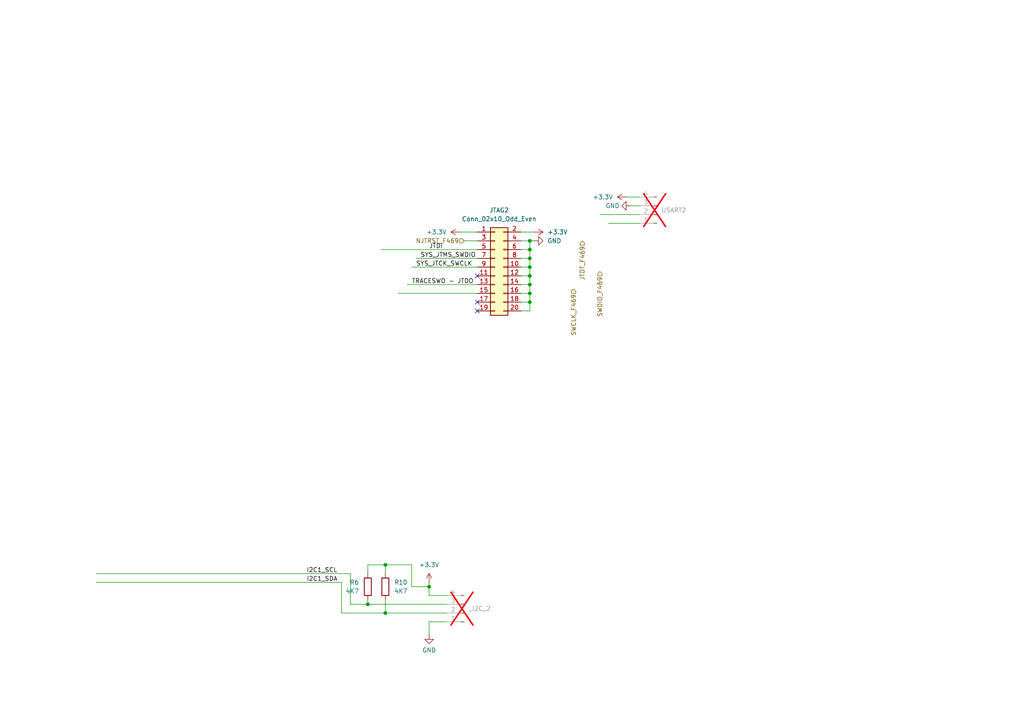
<source format=kicad_sch>
(kicad_sch
	(version 20231120)
	(generator "eeschema")
	(generator_version "8.0")
	(uuid "be19cdf9-dd07-45d4-ac1b-34afbf387e70")
	(paper "A4")
	(lib_symbols
		(symbol "Connector:Conn_01x04_Pin"
			(pin_names
				(offset 1.016) hide)
			(exclude_from_sim no)
			(in_bom yes)
			(on_board yes)
			(property "Reference" "J"
				(at 0 5.08 0)
				(effects
					(font
						(size 1.27 1.27)
					)
				)
			)
			(property "Value" "Conn_01x04_Pin"
				(at 0 -7.62 0)
				(effects
					(font
						(size 1.27 1.27)
					)
				)
			)
			(property "Footprint" ""
				(at 0 0 0)
				(effects
					(font
						(size 1.27 1.27)
					)
					(hide yes)
				)
			)
			(property "Datasheet" "~"
				(at 0 0 0)
				(effects
					(font
						(size 1.27 1.27)
					)
					(hide yes)
				)
			)
			(property "Description" "Generic connector, single row, 01x04, script generated"
				(at 0 0 0)
				(effects
					(font
						(size 1.27 1.27)
					)
					(hide yes)
				)
			)
			(property "ki_locked" ""
				(at 0 0 0)
				(effects
					(font
						(size 1.27 1.27)
					)
				)
			)
			(property "ki_keywords" "connector"
				(at 0 0 0)
				(effects
					(font
						(size 1.27 1.27)
					)
					(hide yes)
				)
			)
			(property "ki_fp_filters" "Connector*:*_1x??_*"
				(at 0 0 0)
				(effects
					(font
						(size 1.27 1.27)
					)
					(hide yes)
				)
			)
			(symbol "Conn_01x04_Pin_1_1"
				(polyline
					(pts
						(xy 1.27 -5.08) (xy 0.8636 -5.08)
					)
					(stroke
						(width 0.1524)
						(type default)
					)
					(fill
						(type none)
					)
				)
				(polyline
					(pts
						(xy 1.27 -2.54) (xy 0.8636 -2.54)
					)
					(stroke
						(width 0.1524)
						(type default)
					)
					(fill
						(type none)
					)
				)
				(polyline
					(pts
						(xy 1.27 0) (xy 0.8636 0)
					)
					(stroke
						(width 0.1524)
						(type default)
					)
					(fill
						(type none)
					)
				)
				(polyline
					(pts
						(xy 1.27 2.54) (xy 0.8636 2.54)
					)
					(stroke
						(width 0.1524)
						(type default)
					)
					(fill
						(type none)
					)
				)
				(rectangle
					(start 0.8636 -4.953)
					(end 0 -5.207)
					(stroke
						(width 0.1524)
						(type default)
					)
					(fill
						(type outline)
					)
				)
				(rectangle
					(start 0.8636 -2.413)
					(end 0 -2.667)
					(stroke
						(width 0.1524)
						(type default)
					)
					(fill
						(type outline)
					)
				)
				(rectangle
					(start 0.8636 0.127)
					(end 0 -0.127)
					(stroke
						(width 0.1524)
						(type default)
					)
					(fill
						(type outline)
					)
				)
				(rectangle
					(start 0.8636 2.667)
					(end 0 2.413)
					(stroke
						(width 0.1524)
						(type default)
					)
					(fill
						(type outline)
					)
				)
				(pin passive line
					(at 5.08 2.54 180)
					(length 3.81)
					(name "Pin_1"
						(effects
							(font
								(size 1.27 1.27)
							)
						)
					)
					(number "1"
						(effects
							(font
								(size 1.27 1.27)
							)
						)
					)
				)
				(pin passive line
					(at 5.08 0 180)
					(length 3.81)
					(name "Pin_2"
						(effects
							(font
								(size 1.27 1.27)
							)
						)
					)
					(number "2"
						(effects
							(font
								(size 1.27 1.27)
							)
						)
					)
				)
				(pin passive line
					(at 5.08 -2.54 180)
					(length 3.81)
					(name "Pin_3"
						(effects
							(font
								(size 1.27 1.27)
							)
						)
					)
					(number "3"
						(effects
							(font
								(size 1.27 1.27)
							)
						)
					)
				)
				(pin passive line
					(at 5.08 -5.08 180)
					(length 3.81)
					(name "Pin_4"
						(effects
							(font
								(size 1.27 1.27)
							)
						)
					)
					(number "4"
						(effects
							(font
								(size 1.27 1.27)
							)
						)
					)
				)
			)
		)
		(symbol "Connector_Generic:Conn_02x10_Odd_Even"
			(pin_names
				(offset 1.016) hide)
			(exclude_from_sim no)
			(in_bom yes)
			(on_board yes)
			(property "Reference" "J"
				(at 1.27 12.7 0)
				(effects
					(font
						(size 1.27 1.27)
					)
				)
			)
			(property "Value" "Conn_02x10_Odd_Even"
				(at 1.27 -15.24 0)
				(effects
					(font
						(size 1.27 1.27)
					)
				)
			)
			(property "Footprint" ""
				(at 0 0 0)
				(effects
					(font
						(size 1.27 1.27)
					)
					(hide yes)
				)
			)
			(property "Datasheet" "~"
				(at 0 0 0)
				(effects
					(font
						(size 1.27 1.27)
					)
					(hide yes)
				)
			)
			(property "Description" "Generic connector, double row, 02x10, odd/even pin numbering scheme (row 1 odd numbers, row 2 even numbers), script generated (kicad-library-utils/schlib/autogen/connector/)"
				(at 0 0 0)
				(effects
					(font
						(size 1.27 1.27)
					)
					(hide yes)
				)
			)
			(property "ki_keywords" "connector"
				(at 0 0 0)
				(effects
					(font
						(size 1.27 1.27)
					)
					(hide yes)
				)
			)
			(property "ki_fp_filters" "Connector*:*_2x??_*"
				(at 0 0 0)
				(effects
					(font
						(size 1.27 1.27)
					)
					(hide yes)
				)
			)
			(symbol "Conn_02x10_Odd_Even_1_1"
				(rectangle
					(start -1.27 -12.573)
					(end 0 -12.827)
					(stroke
						(width 0.1524)
						(type default)
					)
					(fill
						(type none)
					)
				)
				(rectangle
					(start -1.27 -10.033)
					(end 0 -10.287)
					(stroke
						(width 0.1524)
						(type default)
					)
					(fill
						(type none)
					)
				)
				(rectangle
					(start -1.27 -7.493)
					(end 0 -7.747)
					(stroke
						(width 0.1524)
						(type default)
					)
					(fill
						(type none)
					)
				)
				(rectangle
					(start -1.27 -4.953)
					(end 0 -5.207)
					(stroke
						(width 0.1524)
						(type default)
					)
					(fill
						(type none)
					)
				)
				(rectangle
					(start -1.27 -2.413)
					(end 0 -2.667)
					(stroke
						(width 0.1524)
						(type default)
					)
					(fill
						(type none)
					)
				)
				(rectangle
					(start -1.27 0.127)
					(end 0 -0.127)
					(stroke
						(width 0.1524)
						(type default)
					)
					(fill
						(type none)
					)
				)
				(rectangle
					(start -1.27 2.667)
					(end 0 2.413)
					(stroke
						(width 0.1524)
						(type default)
					)
					(fill
						(type none)
					)
				)
				(rectangle
					(start -1.27 5.207)
					(end 0 4.953)
					(stroke
						(width 0.1524)
						(type default)
					)
					(fill
						(type none)
					)
				)
				(rectangle
					(start -1.27 7.747)
					(end 0 7.493)
					(stroke
						(width 0.1524)
						(type default)
					)
					(fill
						(type none)
					)
				)
				(rectangle
					(start -1.27 10.287)
					(end 0 10.033)
					(stroke
						(width 0.1524)
						(type default)
					)
					(fill
						(type none)
					)
				)
				(rectangle
					(start -1.27 11.43)
					(end 3.81 -13.97)
					(stroke
						(width 0.254)
						(type default)
					)
					(fill
						(type background)
					)
				)
				(rectangle
					(start 3.81 -12.573)
					(end 2.54 -12.827)
					(stroke
						(width 0.1524)
						(type default)
					)
					(fill
						(type none)
					)
				)
				(rectangle
					(start 3.81 -10.033)
					(end 2.54 -10.287)
					(stroke
						(width 0.1524)
						(type default)
					)
					(fill
						(type none)
					)
				)
				(rectangle
					(start 3.81 -7.493)
					(end 2.54 -7.747)
					(stroke
						(width 0.1524)
						(type default)
					)
					(fill
						(type none)
					)
				)
				(rectangle
					(start 3.81 -4.953)
					(end 2.54 -5.207)
					(stroke
						(width 0.1524)
						(type default)
					)
					(fill
						(type none)
					)
				)
				(rectangle
					(start 3.81 -2.413)
					(end 2.54 -2.667)
					(stroke
						(width 0.1524)
						(type default)
					)
					(fill
						(type none)
					)
				)
				(rectangle
					(start 3.81 0.127)
					(end 2.54 -0.127)
					(stroke
						(width 0.1524)
						(type default)
					)
					(fill
						(type none)
					)
				)
				(rectangle
					(start 3.81 2.667)
					(end 2.54 2.413)
					(stroke
						(width 0.1524)
						(type default)
					)
					(fill
						(type none)
					)
				)
				(rectangle
					(start 3.81 5.207)
					(end 2.54 4.953)
					(stroke
						(width 0.1524)
						(type default)
					)
					(fill
						(type none)
					)
				)
				(rectangle
					(start 3.81 7.747)
					(end 2.54 7.493)
					(stroke
						(width 0.1524)
						(type default)
					)
					(fill
						(type none)
					)
				)
				(rectangle
					(start 3.81 10.287)
					(end 2.54 10.033)
					(stroke
						(width 0.1524)
						(type default)
					)
					(fill
						(type none)
					)
				)
				(pin passive line
					(at -5.08 10.16 0)
					(length 3.81)
					(name "Pin_1"
						(effects
							(font
								(size 1.27 1.27)
							)
						)
					)
					(number "1"
						(effects
							(font
								(size 1.27 1.27)
							)
						)
					)
				)
				(pin passive line
					(at 7.62 0 180)
					(length 3.81)
					(name "Pin_10"
						(effects
							(font
								(size 1.27 1.27)
							)
						)
					)
					(number "10"
						(effects
							(font
								(size 1.27 1.27)
							)
						)
					)
				)
				(pin passive line
					(at -5.08 -2.54 0)
					(length 3.81)
					(name "Pin_11"
						(effects
							(font
								(size 1.27 1.27)
							)
						)
					)
					(number "11"
						(effects
							(font
								(size 1.27 1.27)
							)
						)
					)
				)
				(pin passive line
					(at 7.62 -2.54 180)
					(length 3.81)
					(name "Pin_12"
						(effects
							(font
								(size 1.27 1.27)
							)
						)
					)
					(number "12"
						(effects
							(font
								(size 1.27 1.27)
							)
						)
					)
				)
				(pin passive line
					(at -5.08 -5.08 0)
					(length 3.81)
					(name "Pin_13"
						(effects
							(font
								(size 1.27 1.27)
							)
						)
					)
					(number "13"
						(effects
							(font
								(size 1.27 1.27)
							)
						)
					)
				)
				(pin passive line
					(at 7.62 -5.08 180)
					(length 3.81)
					(name "Pin_14"
						(effects
							(font
								(size 1.27 1.27)
							)
						)
					)
					(number "14"
						(effects
							(font
								(size 1.27 1.27)
							)
						)
					)
				)
				(pin passive line
					(at -5.08 -7.62 0)
					(length 3.81)
					(name "Pin_15"
						(effects
							(font
								(size 1.27 1.27)
							)
						)
					)
					(number "15"
						(effects
							(font
								(size 1.27 1.27)
							)
						)
					)
				)
				(pin passive line
					(at 7.62 -7.62 180)
					(length 3.81)
					(name "Pin_16"
						(effects
							(font
								(size 1.27 1.27)
							)
						)
					)
					(number "16"
						(effects
							(font
								(size 1.27 1.27)
							)
						)
					)
				)
				(pin passive line
					(at -5.08 -10.16 0)
					(length 3.81)
					(name "Pin_17"
						(effects
							(font
								(size 1.27 1.27)
							)
						)
					)
					(number "17"
						(effects
							(font
								(size 1.27 1.27)
							)
						)
					)
				)
				(pin passive line
					(at 7.62 -10.16 180)
					(length 3.81)
					(name "Pin_18"
						(effects
							(font
								(size 1.27 1.27)
							)
						)
					)
					(number "18"
						(effects
							(font
								(size 1.27 1.27)
							)
						)
					)
				)
				(pin passive line
					(at -5.08 -12.7 0)
					(length 3.81)
					(name "Pin_19"
						(effects
							(font
								(size 1.27 1.27)
							)
						)
					)
					(number "19"
						(effects
							(font
								(size 1.27 1.27)
							)
						)
					)
				)
				(pin passive line
					(at 7.62 10.16 180)
					(length 3.81)
					(name "Pin_2"
						(effects
							(font
								(size 1.27 1.27)
							)
						)
					)
					(number "2"
						(effects
							(font
								(size 1.27 1.27)
							)
						)
					)
				)
				(pin passive line
					(at 7.62 -12.7 180)
					(length 3.81)
					(name "Pin_20"
						(effects
							(font
								(size 1.27 1.27)
							)
						)
					)
					(number "20"
						(effects
							(font
								(size 1.27 1.27)
							)
						)
					)
				)
				(pin passive line
					(at -5.08 7.62 0)
					(length 3.81)
					(name "Pin_3"
						(effects
							(font
								(size 1.27 1.27)
							)
						)
					)
					(number "3"
						(effects
							(font
								(size 1.27 1.27)
							)
						)
					)
				)
				(pin passive line
					(at 7.62 7.62 180)
					(length 3.81)
					(name "Pin_4"
						(effects
							(font
								(size 1.27 1.27)
							)
						)
					)
					(number "4"
						(effects
							(font
								(size 1.27 1.27)
							)
						)
					)
				)
				(pin passive line
					(at -5.08 5.08 0)
					(length 3.81)
					(name "Pin_5"
						(effects
							(font
								(size 1.27 1.27)
							)
						)
					)
					(number "5"
						(effects
							(font
								(size 1.27 1.27)
							)
						)
					)
				)
				(pin passive line
					(at 7.62 5.08 180)
					(length 3.81)
					(name "Pin_6"
						(effects
							(font
								(size 1.27 1.27)
							)
						)
					)
					(number "6"
						(effects
							(font
								(size 1.27 1.27)
							)
						)
					)
				)
				(pin passive line
					(at -5.08 2.54 0)
					(length 3.81)
					(name "Pin_7"
						(effects
							(font
								(size 1.27 1.27)
							)
						)
					)
					(number "7"
						(effects
							(font
								(size 1.27 1.27)
							)
						)
					)
				)
				(pin passive line
					(at 7.62 2.54 180)
					(length 3.81)
					(name "Pin_8"
						(effects
							(font
								(size 1.27 1.27)
							)
						)
					)
					(number "8"
						(effects
							(font
								(size 1.27 1.27)
							)
						)
					)
				)
				(pin passive line
					(at -5.08 0 0)
					(length 3.81)
					(name "Pin_9"
						(effects
							(font
								(size 1.27 1.27)
							)
						)
					)
					(number "9"
						(effects
							(font
								(size 1.27 1.27)
							)
						)
					)
				)
			)
		)
		(symbol "Device:R"
			(pin_numbers hide)
			(pin_names
				(offset 0)
			)
			(exclude_from_sim no)
			(in_bom yes)
			(on_board yes)
			(property "Reference" "R"
				(at 2.032 0 90)
				(effects
					(font
						(size 1.27 1.27)
					)
				)
			)
			(property "Value" "R"
				(at 0 0 90)
				(effects
					(font
						(size 1.27 1.27)
					)
				)
			)
			(property "Footprint" ""
				(at -1.778 0 90)
				(effects
					(font
						(size 1.27 1.27)
					)
					(hide yes)
				)
			)
			(property "Datasheet" "~"
				(at 0 0 0)
				(effects
					(font
						(size 1.27 1.27)
					)
					(hide yes)
				)
			)
			(property "Description" "Resistor"
				(at 0 0 0)
				(effects
					(font
						(size 1.27 1.27)
					)
					(hide yes)
				)
			)
			(property "ki_keywords" "R res resistor"
				(at 0 0 0)
				(effects
					(font
						(size 1.27 1.27)
					)
					(hide yes)
				)
			)
			(property "ki_fp_filters" "R_*"
				(at 0 0 0)
				(effects
					(font
						(size 1.27 1.27)
					)
					(hide yes)
				)
			)
			(symbol "R_0_1"
				(rectangle
					(start -1.016 -2.54)
					(end 1.016 2.54)
					(stroke
						(width 0.254)
						(type default)
					)
					(fill
						(type none)
					)
				)
			)
			(symbol "R_1_1"
				(pin passive line
					(at 0 3.81 270)
					(length 1.27)
					(name "~"
						(effects
							(font
								(size 1.27 1.27)
							)
						)
					)
					(number "1"
						(effects
							(font
								(size 1.27 1.27)
							)
						)
					)
				)
				(pin passive line
					(at 0 -3.81 90)
					(length 1.27)
					(name "~"
						(effects
							(font
								(size 1.27 1.27)
							)
						)
					)
					(number "2"
						(effects
							(font
								(size 1.27 1.27)
							)
						)
					)
				)
			)
		)
		(symbol "power:+3.3V"
			(power)
			(pin_numbers hide)
			(pin_names
				(offset 0) hide)
			(exclude_from_sim no)
			(in_bom yes)
			(on_board yes)
			(property "Reference" "#PWR"
				(at 0 -3.81 0)
				(effects
					(font
						(size 1.27 1.27)
					)
					(hide yes)
				)
			)
			(property "Value" "+3.3V"
				(at 0 3.556 0)
				(effects
					(font
						(size 1.27 1.27)
					)
				)
			)
			(property "Footprint" ""
				(at 0 0 0)
				(effects
					(font
						(size 1.27 1.27)
					)
					(hide yes)
				)
			)
			(property "Datasheet" ""
				(at 0 0 0)
				(effects
					(font
						(size 1.27 1.27)
					)
					(hide yes)
				)
			)
			(property "Description" "Power symbol creates a global label with name \"+3.3V\""
				(at 0 0 0)
				(effects
					(font
						(size 1.27 1.27)
					)
					(hide yes)
				)
			)
			(property "ki_keywords" "global power"
				(at 0 0 0)
				(effects
					(font
						(size 1.27 1.27)
					)
					(hide yes)
				)
			)
			(symbol "+3.3V_0_1"
				(polyline
					(pts
						(xy -0.762 1.27) (xy 0 2.54)
					)
					(stroke
						(width 0)
						(type default)
					)
					(fill
						(type none)
					)
				)
				(polyline
					(pts
						(xy 0 0) (xy 0 2.54)
					)
					(stroke
						(width 0)
						(type default)
					)
					(fill
						(type none)
					)
				)
				(polyline
					(pts
						(xy 0 2.54) (xy 0.762 1.27)
					)
					(stroke
						(width 0)
						(type default)
					)
					(fill
						(type none)
					)
				)
			)
			(symbol "+3.3V_1_1"
				(pin power_in line
					(at 0 0 90)
					(length 0)
					(name "~"
						(effects
							(font
								(size 1.27 1.27)
							)
						)
					)
					(number "1"
						(effects
							(font
								(size 1.27 1.27)
							)
						)
					)
				)
			)
		)
		(symbol "power:GND"
			(power)
			(pin_numbers hide)
			(pin_names
				(offset 0) hide)
			(exclude_from_sim no)
			(in_bom yes)
			(on_board yes)
			(property "Reference" "#PWR"
				(at 0 -6.35 0)
				(effects
					(font
						(size 1.27 1.27)
					)
					(hide yes)
				)
			)
			(property "Value" "GND"
				(at 0 -3.81 0)
				(effects
					(font
						(size 1.27 1.27)
					)
				)
			)
			(property "Footprint" ""
				(at 0 0 0)
				(effects
					(font
						(size 1.27 1.27)
					)
					(hide yes)
				)
			)
			(property "Datasheet" ""
				(at 0 0 0)
				(effects
					(font
						(size 1.27 1.27)
					)
					(hide yes)
				)
			)
			(property "Description" "Power symbol creates a global label with name \"GND\" , ground"
				(at 0 0 0)
				(effects
					(font
						(size 1.27 1.27)
					)
					(hide yes)
				)
			)
			(property "ki_keywords" "global power"
				(at 0 0 0)
				(effects
					(font
						(size 1.27 1.27)
					)
					(hide yes)
				)
			)
			(symbol "GND_0_1"
				(polyline
					(pts
						(xy 0 0) (xy 0 -1.27) (xy 1.27 -1.27) (xy 0 -2.54) (xy -1.27 -1.27) (xy 0 -1.27)
					)
					(stroke
						(width 0)
						(type default)
					)
					(fill
						(type none)
					)
				)
			)
			(symbol "GND_1_1"
				(pin power_in line
					(at 0 0 270)
					(length 0)
					(name "~"
						(effects
							(font
								(size 1.27 1.27)
							)
						)
					)
					(number "1"
						(effects
							(font
								(size 1.27 1.27)
							)
						)
					)
				)
			)
		)
	)
	(junction
		(at 153.67 80.01)
		(diameter 0)
		(color 0 0 0 0)
		(uuid "178dc688-3eca-419f-a9d1-4dbce51bd24e")
	)
	(junction
		(at 153.67 74.93)
		(diameter 0)
		(color 0 0 0 0)
		(uuid "1828c341-bb7f-4812-ac4c-792c7ce81cff")
	)
	(junction
		(at 153.67 69.85)
		(diameter 0)
		(color 0 0 0 0)
		(uuid "36f8fbb2-9019-4b34-a4a5-90c73dce0843")
	)
	(junction
		(at 153.67 77.47)
		(diameter 0)
		(color 0 0 0 0)
		(uuid "526cbe46-4acc-49c2-9508-258303e41112")
	)
	(junction
		(at 153.67 82.55)
		(diameter 0)
		(color 0 0 0 0)
		(uuid "6f04110b-78e6-4518-a6ce-ef62c6f965d7")
	)
	(junction
		(at 111.76 163.83)
		(diameter 0)
		(color 0 0 0 0)
		(uuid "854c1070-7dcf-4c99-8ee6-630a89c7bff2")
	)
	(junction
		(at 124.46 170.18)
		(diameter 0)
		(color 0 0 0 0)
		(uuid "90d15b66-9554-4907-93dc-7fe15b45f813")
	)
	(junction
		(at 111.76 177.8)
		(diameter 0)
		(color 0 0 0 0)
		(uuid "9cdc3452-845b-4d1d-abf1-c721f6cfc020")
	)
	(junction
		(at 153.67 85.09)
		(diameter 0)
		(color 0 0 0 0)
		(uuid "a6101079-ccea-4e5a-8276-023dfd7122e6")
	)
	(junction
		(at 106.68 175.26)
		(diameter 0)
		(color 0 0 0 0)
		(uuid "c9e836a3-4915-4aee-a0bd-7cd64fa3854d")
	)
	(junction
		(at 153.67 87.63)
		(diameter 0)
		(color 0 0 0 0)
		(uuid "e649c21d-176a-44b4-88cc-8741d52a9896")
	)
	(junction
		(at 153.67 72.39)
		(diameter 0)
		(color 0 0 0 0)
		(uuid "ed9ad773-f3c6-4536-9f41-3014cb06d6f7")
	)
	(no_connect
		(at 138.43 80.01)
		(uuid "79d38209-a3e7-4eb2-9bb5-806fddbbf3d6")
	)
	(no_connect
		(at 138.43 87.63)
		(uuid "9934c4de-b71a-4cf5-b193-087c8804293d")
	)
	(no_connect
		(at 138.43 90.17)
		(uuid "b56e7c24-54a8-463d-9575-b38391ec5eef")
	)
	(wire
		(pts
			(xy 111.76 177.8) (xy 129.54 177.8)
		)
		(stroke
			(width 0)
			(type default)
		)
		(uuid "0529c3f3-6b3b-41bf-b8e2-243121dcb100")
	)
	(wire
		(pts
			(xy 153.67 90.17) (xy 153.67 87.63)
		)
		(stroke
			(width 0)
			(type default)
		)
		(uuid "062c4d1e-cf85-4f89-b96e-f39bba4e4619")
	)
	(wire
		(pts
			(xy 115.57 85.09) (xy 138.43 85.09)
		)
		(stroke
			(width 0)
			(type default)
		)
		(uuid "07c6c250-5c6e-4b23-9036-418cc87559d6")
	)
	(wire
		(pts
			(xy 151.13 77.47) (xy 153.67 77.47)
		)
		(stroke
			(width 0)
			(type default)
		)
		(uuid "146c8780-cdb6-41a2-8f19-f02a25a9e471")
	)
	(wire
		(pts
			(xy 124.46 168.91) (xy 124.46 170.18)
		)
		(stroke
			(width 0)
			(type default)
		)
		(uuid "1b956359-beb9-4c39-bf74-efb773fa6ce8")
	)
	(wire
		(pts
			(xy 153.67 74.93) (xy 153.67 72.39)
		)
		(stroke
			(width 0)
			(type default)
		)
		(uuid "1da62d57-3f90-4ed8-9e77-76856055bd69")
	)
	(wire
		(pts
			(xy 153.67 72.39) (xy 153.67 69.85)
		)
		(stroke
			(width 0)
			(type default)
		)
		(uuid "1e4161b2-f322-465e-9767-80e524f441c0")
	)
	(wire
		(pts
			(xy 151.13 90.17) (xy 153.67 90.17)
		)
		(stroke
			(width 0)
			(type default)
		)
		(uuid "3ca46159-0aa3-4d4c-b04b-4d70b5045e4c")
	)
	(wire
		(pts
			(xy 99.06 168.91) (xy 99.06 177.8)
		)
		(stroke
			(width 0)
			(type default)
		)
		(uuid "3f053021-1af6-409f-9d65-7a1471fc3aed")
	)
	(wire
		(pts
			(xy 181.61 57.15) (xy 185.42 57.15)
		)
		(stroke
			(width 0)
			(type default)
		)
		(uuid "4057bb66-084c-4a30-b213-3a5e5227920c")
	)
	(wire
		(pts
			(xy 124.46 170.18) (xy 124.46 172.72)
		)
		(stroke
			(width 0)
			(type default)
		)
		(uuid "4387a78a-fef6-41da-862d-a9c2c0ed8934")
	)
	(wire
		(pts
			(xy 106.68 173.99) (xy 106.68 175.26)
		)
		(stroke
			(width 0)
			(type default)
		)
		(uuid "4b268116-a513-4e92-a03b-c3b91e2dc6fe")
	)
	(wire
		(pts
			(xy 173.99 62.23) (xy 185.42 62.23)
		)
		(stroke
			(width 0)
			(type default)
		)
		(uuid "4f1aa736-571b-48fe-9b8d-4f04ddec8a43")
	)
	(wire
		(pts
			(xy 153.67 85.09) (xy 153.67 82.55)
		)
		(stroke
			(width 0)
			(type default)
		)
		(uuid "4f2305be-bdef-4148-a290-907148ffb016")
	)
	(wire
		(pts
			(xy 151.13 85.09) (xy 153.67 85.09)
		)
		(stroke
			(width 0)
			(type default)
		)
		(uuid "578e7161-616f-4d2e-87cc-4a63553e20ac")
	)
	(wire
		(pts
			(xy 119.38 170.18) (xy 124.46 170.18)
		)
		(stroke
			(width 0)
			(type default)
		)
		(uuid "65fc9259-ef02-44c5-8054-deae44ef0afb")
	)
	(wire
		(pts
			(xy 106.68 163.83) (xy 111.76 163.83)
		)
		(stroke
			(width 0)
			(type default)
		)
		(uuid "6a3ca2be-be37-4757-af32-d298f72ddcec")
	)
	(wire
		(pts
			(xy 151.13 67.31) (xy 154.94 67.31)
		)
		(stroke
			(width 0)
			(type default)
		)
		(uuid "6baba028-6683-4363-b7b3-36020bbd5e55")
	)
	(wire
		(pts
			(xy 118.11 82.55) (xy 138.43 82.55)
		)
		(stroke
			(width 0)
			(type default)
		)
		(uuid "73a9cce6-bb43-4378-be78-0bc426eb33bf")
	)
	(wire
		(pts
			(xy 129.54 180.34) (xy 124.46 180.34)
		)
		(stroke
			(width 0)
			(type default)
		)
		(uuid "82cb9177-0ddb-4ad8-88c1-86e6d68a4fd0")
	)
	(wire
		(pts
			(xy 151.13 72.39) (xy 153.67 72.39)
		)
		(stroke
			(width 0)
			(type default)
		)
		(uuid "8772d32a-1c71-4c04-9350-9359a1b1094d")
	)
	(wire
		(pts
			(xy 27.94 166.37) (xy 101.6 166.37)
		)
		(stroke
			(width 0)
			(type default)
		)
		(uuid "89959e77-f8b7-4599-9c65-fdef994eb728")
	)
	(wire
		(pts
			(xy 151.13 82.55) (xy 153.67 82.55)
		)
		(stroke
			(width 0)
			(type default)
		)
		(uuid "9192451d-7520-4da2-8ca6-34873c3bb238")
	)
	(wire
		(pts
			(xy 120.65 74.93) (xy 138.43 74.93)
		)
		(stroke
			(width 0)
			(type default)
		)
		(uuid "9406e988-0c69-4e6d-9e89-fd166a6c2202")
	)
	(wire
		(pts
			(xy 153.67 87.63) (xy 153.67 85.09)
		)
		(stroke
			(width 0)
			(type default)
		)
		(uuid "952a6c18-f379-4833-b51c-4b803fa69ac6")
	)
	(wire
		(pts
			(xy 106.68 166.37) (xy 106.68 163.83)
		)
		(stroke
			(width 0)
			(type default)
		)
		(uuid "97b6f527-1b51-4e76-8e3c-7c5a370b87e0")
	)
	(wire
		(pts
			(xy 151.13 69.85) (xy 153.67 69.85)
		)
		(stroke
			(width 0)
			(type default)
		)
		(uuid "a4c2d7e7-afa0-4545-a29a-260674086500")
	)
	(wire
		(pts
			(xy 182.88 59.69) (xy 185.42 59.69)
		)
		(stroke
			(width 0)
			(type default)
		)
		(uuid "a7602ff0-96ca-4acf-be7a-07a8fc87a8f8")
	)
	(wire
		(pts
			(xy 119.38 163.83) (xy 119.38 170.18)
		)
		(stroke
			(width 0)
			(type default)
		)
		(uuid "aaae4d22-34d2-4b53-ac02-c1201d72e7d9")
	)
	(wire
		(pts
			(xy 133.35 67.31) (xy 138.43 67.31)
		)
		(stroke
			(width 0)
			(type default)
		)
		(uuid "af3a461c-a791-4a2e-9b17-fbd16212074e")
	)
	(wire
		(pts
			(xy 151.13 87.63) (xy 153.67 87.63)
		)
		(stroke
			(width 0)
			(type default)
		)
		(uuid "b4a3616d-c068-42c4-a7f8-0a4c84769468")
	)
	(wire
		(pts
			(xy 101.6 175.26) (xy 106.68 175.26)
		)
		(stroke
			(width 0)
			(type default)
		)
		(uuid "b78fe0fc-a65f-4b39-9e0c-e349297c8495")
	)
	(wire
		(pts
			(xy 106.68 175.26) (xy 129.54 175.26)
		)
		(stroke
			(width 0)
			(type default)
		)
		(uuid "b980a300-4474-49e0-a4ea-62457180060d")
	)
	(wire
		(pts
			(xy 111.76 163.83) (xy 119.38 163.83)
		)
		(stroke
			(width 0)
			(type default)
		)
		(uuid "b98c3ed4-124d-4c6f-9205-f763d89377e0")
	)
	(wire
		(pts
			(xy 153.67 80.01) (xy 151.13 80.01)
		)
		(stroke
			(width 0)
			(type default)
		)
		(uuid "ba7b921e-363a-438e-8dd0-7fc361eebc2b")
	)
	(wire
		(pts
			(xy 99.06 177.8) (xy 111.76 177.8)
		)
		(stroke
			(width 0)
			(type default)
		)
		(uuid "bcd305b0-c292-4da9-abce-d4e4f2b3d290")
	)
	(wire
		(pts
			(xy 153.67 82.55) (xy 153.67 80.01)
		)
		(stroke
			(width 0)
			(type default)
		)
		(uuid "c5f204ad-ae25-437d-ba8e-36f1621e8a4f")
	)
	(wire
		(pts
			(xy 153.67 77.47) (xy 153.67 74.93)
		)
		(stroke
			(width 0)
			(type default)
		)
		(uuid "c657e529-4b1a-4528-b0f2-cef7c643a406")
	)
	(wire
		(pts
			(xy 110.49 72.39) (xy 138.43 72.39)
		)
		(stroke
			(width 0)
			(type default)
		)
		(uuid "c794682a-4679-4519-a371-c98d611f14d4")
	)
	(wire
		(pts
			(xy 119.38 77.47) (xy 138.43 77.47)
		)
		(stroke
			(width 0)
			(type default)
		)
		(uuid "c7d5cbf3-50cc-482f-916d-ae9648a30732")
	)
	(wire
		(pts
			(xy 151.13 74.93) (xy 153.67 74.93)
		)
		(stroke
			(width 0)
			(type default)
		)
		(uuid "ca08b45c-53d1-453b-9bef-7dc293b070ec")
	)
	(wire
		(pts
			(xy 101.6 166.37) (xy 101.6 175.26)
		)
		(stroke
			(width 0)
			(type default)
		)
		(uuid "d231e346-10b5-4475-bf45-16ec7f912c94")
	)
	(wire
		(pts
			(xy 153.67 77.47) (xy 153.67 80.01)
		)
		(stroke
			(width 0)
			(type default)
		)
		(uuid "d43a3fc0-7203-4b66-9b8c-13dfb18be294")
	)
	(wire
		(pts
			(xy 153.67 69.85) (xy 154.94 69.85)
		)
		(stroke
			(width 0)
			(type default)
		)
		(uuid "da7569f3-dd67-4440-8d59-a872944883e6")
	)
	(wire
		(pts
			(xy 124.46 172.72) (xy 129.54 172.72)
		)
		(stroke
			(width 0)
			(type default)
		)
		(uuid "da8b6a01-f900-4ac0-ab95-3932f4089612")
	)
	(wire
		(pts
			(xy 111.76 173.99) (xy 111.76 177.8)
		)
		(stroke
			(width 0)
			(type default)
		)
		(uuid "dbfec0ae-b493-4091-bc11-cdd8c7bf732d")
	)
	(wire
		(pts
			(xy 27.94 168.91) (xy 99.06 168.91)
		)
		(stroke
			(width 0)
			(type default)
		)
		(uuid "dfa479ee-b28a-41bf-accf-dff8cc237ba0")
	)
	(wire
		(pts
			(xy 134.62 69.85) (xy 138.43 69.85)
		)
		(stroke
			(width 0)
			(type default)
		)
		(uuid "f1de5f5f-1a2b-49e7-a2d9-73e9259d17c4")
	)
	(wire
		(pts
			(xy 124.46 180.34) (xy 124.46 184.15)
		)
		(stroke
			(width 0)
			(type default)
		)
		(uuid "f53cf0b0-8fe7-4712-b3b6-53e83d7b9108")
	)
	(wire
		(pts
			(xy 176.53 64.77) (xy 185.42 64.77)
		)
		(stroke
			(width 0)
			(type default)
		)
		(uuid "f5ffcb89-4dbb-47bf-8526-9f8f14f8675d")
	)
	(wire
		(pts
			(xy 111.76 163.83) (xy 111.76 166.37)
		)
		(stroke
			(width 0)
			(type default)
		)
		(uuid "ff35b3cd-a55b-4233-9d91-95bbf89db6af")
	)
	(label "SYS_JTMS_SWDIO"
		(at 121.92 74.93 0)
		(fields_autoplaced yes)
		(effects
			(font
				(size 1.27 1.27)
			)
			(justify left bottom)
		)
		(uuid "05ef9e4f-e3dc-4049-9eaa-24dd7b8f8061")
	)
	(label "I2C1_SCL"
		(at 88.9 166.37 0)
		(fields_autoplaced yes)
		(effects
			(font
				(size 1.27 1.27)
			)
			(justify left bottom)
		)
		(uuid "0d81f717-f7b1-4695-af9f-6057f288cd81")
	)
	(label "TRACESWO - JTDO"
		(at 119.38 82.55 0)
		(fields_autoplaced yes)
		(effects
			(font
				(size 1.27 1.27)
			)
			(justify left bottom)
		)
		(uuid "1201b7fe-ff29-41e0-a3ec-a5959b1b2eba")
	)
	(label "I2C1_SDA"
		(at 88.9 168.91 0)
		(fields_autoplaced yes)
		(effects
			(font
				(size 1.27 1.27)
			)
			(justify left bottom)
		)
		(uuid "3d5bc6dd-9f55-4ca5-9fce-b788951a1b9e")
	)
	(label "JTDI"
		(at 124.46 72.39 0)
		(fields_autoplaced yes)
		(effects
			(font
				(size 1.27 1.27)
			)
			(justify left bottom)
		)
		(uuid "a68b9d56-2017-4d05-a94f-e1782baf7c6e")
	)
	(label "SYS_JTCK_SWCLK"
		(at 120.65 77.47 0)
		(fields_autoplaced yes)
		(effects
			(font
				(size 1.27 1.27)
			)
			(justify left bottom)
		)
		(uuid "f7de08b6-b1d9-4ec3-817b-367bb58afb74")
	)
	(hierarchical_label "SWDIO_F469"
		(shape input)
		(at 173.99 78.74 270)
		(fields_autoplaced yes)
		(effects
			(font
				(size 1.27 1.27)
			)
			(justify right)
		)
		(uuid "41aebf61-658e-4762-937e-8d1a9ea358de")
	)
	(hierarchical_label "JTDT_F469"
		(shape input)
		(at 168.91 69.85 270)
		(fields_autoplaced yes)
		(effects
			(font
				(size 1.27 1.27)
			)
			(justify right)
		)
		(uuid "8a65d9f6-0dea-402a-9f81-b4781a03c824")
	)
	(hierarchical_label "NJTRST_F469"
		(shape input)
		(at 134.62 69.85 180)
		(fields_autoplaced yes)
		(effects
			(font
				(size 1.27 1.27)
			)
			(justify right)
		)
		(uuid "c021dbee-7990-4d29-8bda-63f40dec5718")
	)
	(hierarchical_label "SWCLK_F469"
		(shape input)
		(at 166.37 83.82 270)
		(fields_autoplaced yes)
		(effects
			(font
				(size 1.27 1.27)
			)
			(justify right)
		)
		(uuid "ead3823b-20f6-4420-af0a-5e6ca450b76d")
	)
	(symbol
		(lib_id "Connector:Conn_01x04_Pin")
		(at 134.62 177.8 180)
		(unit 1)
		(exclude_from_sim no)
		(in_bom yes)
		(on_board yes)
		(dnp yes)
		(fields_autoplaced yes)
		(uuid "00e56070-159e-4fcb-bfb3-2911c2c28d37")
		(property "Reference" "_I2C_2"
			(at 135.89 176.5299 0)
			(effects
				(font
					(size 1.27 1.27)
				)
				(justify right)
			)
		)
		(property "Value" "Conn_01x04_Pin"
			(at 135.89 177.7999 0)
			(effects
				(font
					(size 1.27 1.27)
				)
				(justify right)
				(hide yes)
			)
		)
		(property "Footprint" "Connector_PinHeader_2.54mm:PinHeader_1x04_P2.54mm_Vertical"
			(at 134.62 177.8 0)
			(effects
				(font
					(size 1.27 1.27)
				)
				(hide yes)
			)
		)
		(property "Datasheet" "~"
			(at 134.62 177.8 0)
			(effects
				(font
					(size 1.27 1.27)
				)
				(hide yes)
			)
		)
		(property "Description" "Generic connector, single row, 01x04, script generated"
			(at 134.62 177.8 0)
			(effects
				(font
					(size 1.27 1.27)
				)
				(hide yes)
			)
		)
		(pin "2"
			(uuid "45a644ce-4f47-450c-9dce-d507a86a6085")
		)
		(pin "3"
			(uuid "2b488caa-77ae-4aca-9e2c-b87b6c283a67")
		)
		(pin "4"
			(uuid "72309c23-ddaf-41b2-8926-ece4af6858af")
		)
		(pin "1"
			(uuid "cabb1bd4-ab56-43da-bd2c-69dd56e9038c")
		)
		(instances
			(project "StartTech_PCB"
				(path "/18982cba-45a4-4a1f-afcf-06651f5aae5f/d6549f55-71ea-4b30-ac8b-de8b4213646b"
					(reference "_I2C_2")
					(unit 1)
				)
			)
		)
	)
	(symbol
		(lib_id "Device:R")
		(at 111.76 170.18 0)
		(unit 1)
		(exclude_from_sim no)
		(in_bom yes)
		(on_board yes)
		(dnp no)
		(fields_autoplaced yes)
		(uuid "2d9ca606-8f7b-440b-91ed-b44fdff5f411")
		(property "Reference" "R10"
			(at 114.3 168.9099 0)
			(effects
				(font
					(size 1.27 1.27)
				)
				(justify left)
			)
		)
		(property "Value" "4K7"
			(at 114.3 171.4499 0)
			(effects
				(font
					(size 1.27 1.27)
				)
				(justify left)
			)
		)
		(property "Footprint" "Resistor_SMD:R_0402_1005Metric"
			(at 109.982 170.18 90)
			(effects
				(font
					(size 1.27 1.27)
				)
				(hide yes)
			)
		)
		(property "Datasheet" "RC0402JR-074K7L"
			(at 111.76 170.18 0)
			(effects
				(font
					(size 1.27 1.27)
				)
				(hide yes)
			)
		)
		(property "Description" "Resistor"
			(at 111.76 170.18 0)
			(effects
				(font
					(size 1.27 1.27)
				)
				(hide yes)
			)
		)
		(pin "1"
			(uuid "b0b1f12f-f01f-482b-bc0a-3123edf251d3")
		)
		(pin "2"
			(uuid "c0609ad0-77c7-4d10-a9b0-3c509c7429af")
		)
		(instances
			(project "StartTech_PCB"
				(path "/18982cba-45a4-4a1f-afcf-06651f5aae5f/d6549f55-71ea-4b30-ac8b-de8b4213646b"
					(reference "R10")
					(unit 1)
				)
			)
		)
	)
	(symbol
		(lib_id "Connector_Generic:Conn_02x10_Odd_Even")
		(at 143.51 77.47 0)
		(unit 1)
		(exclude_from_sim no)
		(in_bom yes)
		(on_board yes)
		(dnp no)
		(fields_autoplaced yes)
		(uuid "2db0542b-4f72-476b-ab7a-cee49ca484c7")
		(property "Reference" "JTAG2"
			(at 144.78 60.96 0)
			(effects
				(font
					(size 1.27 1.27)
				)
			)
		)
		(property "Value" "Conn_02x10_Odd_Even"
			(at 144.78 63.5 0)
			(effects
				(font
					(size 1.27 1.27)
				)
			)
		)
		(property "Footprint" "Connector_IDC:IDC-Header_2x10_P2.54mm_Vertical"
			(at 143.51 77.47 0)
			(effects
				(font
					(size 1.27 1.27)
				)
				(hide yes)
			)
		)
		(property "Datasheet" "302-S201"
			(at 143.51 77.47 0)
			(effects
				(font
					(size 1.27 1.27)
				)
				(hide yes)
			)
		)
		(property "Description" "Generic connector, double row, 02x10, odd/even pin numbering scheme (row 1 odd numbers, row 2 even numbers), script generated (kicad-library-utils/schlib/autogen/connector/)"
			(at 143.51 77.47 0)
			(effects
				(font
					(size 1.27 1.27)
				)
				(hide yes)
			)
		)
		(pin "18"
			(uuid "63172c88-2d09-4633-9d09-d8b84b7af6e9")
		)
		(pin "15"
			(uuid "a4c7c6f0-d84d-40a9-b5bc-bbb4b1941e98")
		)
		(pin "11"
			(uuid "1e21b724-c14a-4d96-be96-d5ad631fa0dc")
		)
		(pin "16"
			(uuid "64da1e0c-3344-48cb-86f7-f63206328fab")
		)
		(pin "10"
			(uuid "18b2a503-f797-4bda-b1ea-5bb0f44eb5b0")
		)
		(pin "3"
			(uuid "0d352ee0-f5ce-4a23-abde-3edae1ab67b6")
		)
		(pin "2"
			(uuid "15863908-4951-4148-b0e5-e4c97e2d0598")
		)
		(pin "17"
			(uuid "f7ccca99-21cb-4ac5-bd9c-3516fb1b208d")
		)
		(pin "7"
			(uuid "ec3f617f-ec8e-4f94-bfbd-c0ed6ea98b36")
		)
		(pin "8"
			(uuid "55e5a3ea-2443-46bb-abe6-001fb52561e0")
		)
		(pin "19"
			(uuid "7e27e0ac-0c69-414f-8d48-7d79ad4526e9")
		)
		(pin "6"
			(uuid "cab5054b-4ee3-4969-89d0-48bbb8c3b3dd")
		)
		(pin "13"
			(uuid "70165963-03af-4e3b-8277-ac1da950d05f")
		)
		(pin "14"
			(uuid "95af849e-ab88-4d4d-bca8-c790fa6c3303")
		)
		(pin "20"
			(uuid "28ee9c09-11b8-4907-8341-1be984c4c5d8")
		)
		(pin "12"
			(uuid "2b2f0d71-2be4-401a-b2a7-82da0144640e")
		)
		(pin "1"
			(uuid "62c05f96-573a-472a-b1dd-b3b93bbdb84f")
		)
		(pin "4"
			(uuid "0959b1e1-ba82-4da9-ad2f-e75c9042ac63")
		)
		(pin "9"
			(uuid "2a3c7644-3b1c-460a-92b5-5c2282fe2de3")
		)
		(pin "5"
			(uuid "322517d3-3da2-45e2-9688-7b93788bea6b")
		)
		(instances
			(project "StartTech_PCB"
				(path "/18982cba-45a4-4a1f-afcf-06651f5aae5f/d6549f55-71ea-4b30-ac8b-de8b4213646b"
					(reference "JTAG2")
					(unit 1)
				)
			)
		)
	)
	(symbol
		(lib_id "power:GND")
		(at 182.88 59.69 270)
		(unit 1)
		(exclude_from_sim no)
		(in_bom yes)
		(on_board yes)
		(dnp no)
		(fields_autoplaced yes)
		(uuid "36774d39-5244-49e7-9673-4856dc5854f6")
		(property "Reference" "#PWR02"
			(at 176.53 59.69 0)
			(effects
				(font
					(size 1.27 1.27)
				)
				(hide yes)
			)
		)
		(property "Value" "GND"
			(at 179.705 59.6899 90)
			(effects
				(font
					(size 1.27 1.27)
				)
				(justify right)
			)
		)
		(property "Footprint" ""
			(at 182.88 59.69 0)
			(effects
				(font
					(size 1.27 1.27)
				)
				(hide yes)
			)
		)
		(property "Datasheet" ""
			(at 182.88 59.69 0)
			(effects
				(font
					(size 1.27 1.27)
				)
				(hide yes)
			)
		)
		(property "Description" "Power symbol creates a global label with name \"GND\" , ground"
			(at 182.88 59.69 0)
			(effects
				(font
					(size 1.27 1.27)
				)
				(hide yes)
			)
		)
		(pin "1"
			(uuid "f595774a-a634-436e-8591-6c980c9bb7bb")
		)
		(instances
			(project "StartTech_PCB"
				(path "/18982cba-45a4-4a1f-afcf-06651f5aae5f/d6549f55-71ea-4b30-ac8b-de8b4213646b"
					(reference "#PWR02")
					(unit 1)
				)
			)
		)
	)
	(symbol
		(lib_id "Connector:Conn_01x04_Pin")
		(at 190.5 62.23 180)
		(unit 1)
		(exclude_from_sim no)
		(in_bom yes)
		(on_board yes)
		(dnp yes)
		(fields_autoplaced yes)
		(uuid "4f42449d-536d-4f97-9249-7f53c53fb35b")
		(property "Reference" "USART2"
			(at 191.77 60.9599 0)
			(effects
				(font
					(size 1.27 1.27)
				)
				(justify right)
			)
		)
		(property "Value" "Conn_01x04_Pin"
			(at 191.77 62.2299 0)
			(effects
				(font
					(size 1.27 1.27)
				)
				(justify right)
				(hide yes)
			)
		)
		(property "Footprint" "Connector_PinHeader_2.54mm:PinHeader_1x04_P2.54mm_Vertical"
			(at 190.5 62.23 0)
			(effects
				(font
					(size 1.27 1.27)
				)
				(hide yes)
			)
		)
		(property "Datasheet" "~"
			(at 190.5 62.23 0)
			(effects
				(font
					(size 1.27 1.27)
				)
				(hide yes)
			)
		)
		(property "Description" "Generic connector, single row, 01x04, script generated"
			(at 190.5 62.23 0)
			(effects
				(font
					(size 1.27 1.27)
				)
				(hide yes)
			)
		)
		(pin "2"
			(uuid "41b13400-f150-4f06-acfe-6b890912bfc9")
		)
		(pin "3"
			(uuid "65dfdc57-2ebc-489f-a75e-308e2e6f4300")
		)
		(pin "4"
			(uuid "b0834e70-d987-4f20-94e5-c1a0191e02de")
		)
		(pin "1"
			(uuid "a86f060f-4fe4-478b-bd4f-e36e67b02038")
		)
		(instances
			(project "StartTech_PCB"
				(path "/18982cba-45a4-4a1f-afcf-06651f5aae5f/d6549f55-71ea-4b30-ac8b-de8b4213646b"
					(reference "USART2")
					(unit 1)
				)
			)
		)
	)
	(symbol
		(lib_id "power:GND")
		(at 154.94 69.85 90)
		(unit 1)
		(exclude_from_sim no)
		(in_bom yes)
		(on_board yes)
		(dnp no)
		(fields_autoplaced yes)
		(uuid "50407989-2c7c-480b-98c1-7d167a034376")
		(property "Reference" "#PWR057"
			(at 161.29 69.85 0)
			(effects
				(font
					(size 1.27 1.27)
				)
				(hide yes)
			)
		)
		(property "Value" "GND"
			(at 158.75 69.8499 90)
			(effects
				(font
					(size 1.27 1.27)
				)
				(justify right)
			)
		)
		(property "Footprint" ""
			(at 154.94 69.85 0)
			(effects
				(font
					(size 1.27 1.27)
				)
				(hide yes)
			)
		)
		(property "Datasheet" ""
			(at 154.94 69.85 0)
			(effects
				(font
					(size 1.27 1.27)
				)
				(hide yes)
			)
		)
		(property "Description" "Power symbol creates a global label with name \"GND\" , ground"
			(at 154.94 69.85 0)
			(effects
				(font
					(size 1.27 1.27)
				)
				(hide yes)
			)
		)
		(pin "1"
			(uuid "f785a68b-123e-4d39-9002-933a49df64a1")
		)
		(instances
			(project "StartTech_PCB"
				(path "/18982cba-45a4-4a1f-afcf-06651f5aae5f/d6549f55-71ea-4b30-ac8b-de8b4213646b"
					(reference "#PWR057")
					(unit 1)
				)
			)
		)
	)
	(symbol
		(lib_id "power:+3.3V")
		(at 133.35 67.31 90)
		(unit 1)
		(exclude_from_sim no)
		(in_bom yes)
		(on_board yes)
		(dnp no)
		(fields_autoplaced yes)
		(uuid "87fca298-fe81-4671-a76e-cf0e653c73c2")
		(property "Reference" "#PWR032"
			(at 137.16 67.31 0)
			(effects
				(font
					(size 1.27 1.27)
				)
				(hide yes)
			)
		)
		(property "Value" "+3.3V"
			(at 129.54 67.3099 90)
			(effects
				(font
					(size 1.27 1.27)
				)
				(justify left)
			)
		)
		(property "Footprint" ""
			(at 133.35 67.31 0)
			(effects
				(font
					(size 1.27 1.27)
				)
				(hide yes)
			)
		)
		(property "Datasheet" ""
			(at 133.35 67.31 0)
			(effects
				(font
					(size 1.27 1.27)
				)
				(hide yes)
			)
		)
		(property "Description" "Power symbol creates a global label with name \"+3.3V\""
			(at 133.35 67.31 0)
			(effects
				(font
					(size 1.27 1.27)
				)
				(hide yes)
			)
		)
		(pin "1"
			(uuid "d0d34ee8-e6fb-4675-8c70-e7187392d66d")
		)
		(instances
			(project "StartTech_PCB"
				(path "/18982cba-45a4-4a1f-afcf-06651f5aae5f/d6549f55-71ea-4b30-ac8b-de8b4213646b"
					(reference "#PWR032")
					(unit 1)
				)
			)
		)
	)
	(symbol
		(lib_id "power:GND")
		(at 124.46 184.15 0)
		(unit 1)
		(exclude_from_sim no)
		(in_bom yes)
		(on_board yes)
		(dnp no)
		(fields_autoplaced yes)
		(uuid "8b88cb82-445f-4df5-9d76-b008b3c002ab")
		(property "Reference" "#PWR029"
			(at 124.46 190.5 0)
			(effects
				(font
					(size 1.27 1.27)
				)
				(hide yes)
			)
		)
		(property "Value" "GND"
			(at 124.46 188.595 0)
			(effects
				(font
					(size 1.27 1.27)
				)
			)
		)
		(property "Footprint" ""
			(at 124.46 184.15 0)
			(effects
				(font
					(size 1.27 1.27)
				)
				(hide yes)
			)
		)
		(property "Datasheet" ""
			(at 124.46 184.15 0)
			(effects
				(font
					(size 1.27 1.27)
				)
				(hide yes)
			)
		)
		(property "Description" "Power symbol creates a global label with name \"GND\" , ground"
			(at 124.46 184.15 0)
			(effects
				(font
					(size 1.27 1.27)
				)
				(hide yes)
			)
		)
		(pin "1"
			(uuid "ceab1a79-9b5a-4e31-936c-33a1c4c6b2a3")
		)
		(instances
			(project "StartTech_PCB"
				(path "/18982cba-45a4-4a1f-afcf-06651f5aae5f/d6549f55-71ea-4b30-ac8b-de8b4213646b"
					(reference "#PWR029")
					(unit 1)
				)
			)
		)
	)
	(symbol
		(lib_id "Device:R")
		(at 106.68 170.18 0)
		(mirror y)
		(unit 1)
		(exclude_from_sim no)
		(in_bom yes)
		(on_board yes)
		(dnp no)
		(uuid "9abab84a-d5a2-4fd2-b073-bb4127aaf51b")
		(property "Reference" "R6"
			(at 104.14 168.9099 0)
			(effects
				(font
					(size 1.27 1.27)
				)
				(justify left)
			)
		)
		(property "Value" "4K7"
			(at 104.14 171.4499 0)
			(effects
				(font
					(size 1.27 1.27)
				)
				(justify left)
			)
		)
		(property "Footprint" "Resistor_SMD:R_0402_1005Metric"
			(at 108.458 170.18 90)
			(effects
				(font
					(size 1.27 1.27)
				)
				(hide yes)
			)
		)
		(property "Datasheet" "RC0402JR-074K7L"
			(at 106.68 170.18 0)
			(effects
				(font
					(size 1.27 1.27)
				)
				(hide yes)
			)
		)
		(property "Description" "Resistor"
			(at 106.68 170.18 0)
			(effects
				(font
					(size 1.27 1.27)
				)
				(hide yes)
			)
		)
		(pin "1"
			(uuid "43f511d4-7f09-40b6-be4e-de78dc29e2fe")
		)
		(pin "2"
			(uuid "e3e8f115-59dc-420c-90c0-67d7c9e691ff")
		)
		(instances
			(project "StartTech_PCB"
				(path "/18982cba-45a4-4a1f-afcf-06651f5aae5f/d6549f55-71ea-4b30-ac8b-de8b4213646b"
					(reference "R6")
					(unit 1)
				)
			)
		)
	)
	(symbol
		(lib_id "power:+3.3V")
		(at 124.46 168.91 0)
		(unit 1)
		(exclude_from_sim no)
		(in_bom yes)
		(on_board yes)
		(dnp no)
		(fields_autoplaced yes)
		(uuid "bbac6262-4bee-4825-b3c4-7311a671b1a5")
		(property "Reference" "#PWR026"
			(at 124.46 172.72 0)
			(effects
				(font
					(size 1.27 1.27)
				)
				(hide yes)
			)
		)
		(property "Value" "+3.3V"
			(at 124.46 163.83 0)
			(effects
				(font
					(size 1.27 1.27)
				)
			)
		)
		(property "Footprint" ""
			(at 124.46 168.91 0)
			(effects
				(font
					(size 1.27 1.27)
				)
				(hide yes)
			)
		)
		(property "Datasheet" ""
			(at 124.46 168.91 0)
			(effects
				(font
					(size 1.27 1.27)
				)
				(hide yes)
			)
		)
		(property "Description" "Power symbol creates a global label with name \"+3.3V\""
			(at 124.46 168.91 0)
			(effects
				(font
					(size 1.27 1.27)
				)
				(hide yes)
			)
		)
		(pin "1"
			(uuid "f8caac3d-880b-4ddb-a848-7df1ba3a4274")
		)
		(instances
			(project "StartTech_PCB"
				(path "/18982cba-45a4-4a1f-afcf-06651f5aae5f/d6549f55-71ea-4b30-ac8b-de8b4213646b"
					(reference "#PWR026")
					(unit 1)
				)
			)
		)
	)
	(symbol
		(lib_id "power:+3.3V")
		(at 181.61 57.15 90)
		(unit 1)
		(exclude_from_sim no)
		(in_bom yes)
		(on_board yes)
		(dnp no)
		(fields_autoplaced yes)
		(uuid "c0211ddf-424a-4ab7-a0fa-3965758ac0c1")
		(property "Reference" "#PWR01"
			(at 185.42 57.15 0)
			(effects
				(font
					(size 1.27 1.27)
				)
				(hide yes)
			)
		)
		(property "Value" "+3.3V"
			(at 177.8 57.1499 90)
			(effects
				(font
					(size 1.27 1.27)
				)
				(justify left)
			)
		)
		(property "Footprint" ""
			(at 181.61 57.15 0)
			(effects
				(font
					(size 1.27 1.27)
				)
				(hide yes)
			)
		)
		(property "Datasheet" ""
			(at 181.61 57.15 0)
			(effects
				(font
					(size 1.27 1.27)
				)
				(hide yes)
			)
		)
		(property "Description" "Power symbol creates a global label with name \"+3.3V\""
			(at 181.61 57.15 0)
			(effects
				(font
					(size 1.27 1.27)
				)
				(hide yes)
			)
		)
		(pin "1"
			(uuid "c8d46cd1-9f24-43df-a39e-49287c72855d")
		)
		(instances
			(project "StartTech_PCB"
				(path "/18982cba-45a4-4a1f-afcf-06651f5aae5f/d6549f55-71ea-4b30-ac8b-de8b4213646b"
					(reference "#PWR01")
					(unit 1)
				)
			)
		)
	)
	(symbol
		(lib_id "power:+3.3V")
		(at 154.94 67.31 270)
		(unit 1)
		(exclude_from_sim no)
		(in_bom yes)
		(on_board yes)
		(dnp no)
		(fields_autoplaced yes)
		(uuid "fcd7a538-16f4-434b-911b-23e9970a94a5")
		(property "Reference" "#PWR056"
			(at 151.13 67.31 0)
			(effects
				(font
					(size 1.27 1.27)
				)
				(hide yes)
			)
		)
		(property "Value" "+3.3V"
			(at 158.75 67.3099 90)
			(effects
				(font
					(size 1.27 1.27)
				)
				(justify left)
			)
		)
		(property "Footprint" ""
			(at 154.94 67.31 0)
			(effects
				(font
					(size 1.27 1.27)
				)
				(hide yes)
			)
		)
		(property "Datasheet" ""
			(at 154.94 67.31 0)
			(effects
				(font
					(size 1.27 1.27)
				)
				(hide yes)
			)
		)
		(property "Description" "Power symbol creates a global label with name \"+3.3V\""
			(at 154.94 67.31 0)
			(effects
				(font
					(size 1.27 1.27)
				)
				(hide yes)
			)
		)
		(pin "1"
			(uuid "8938fea0-eb7b-4898-bd85-2ecccfbea4bf")
		)
		(instances
			(project "StartTech_PCB"
				(path "/18982cba-45a4-4a1f-afcf-06651f5aae5f/d6549f55-71ea-4b30-ac8b-de8b4213646b"
					(reference "#PWR056")
					(unit 1)
				)
			)
		)
	)
)

</source>
